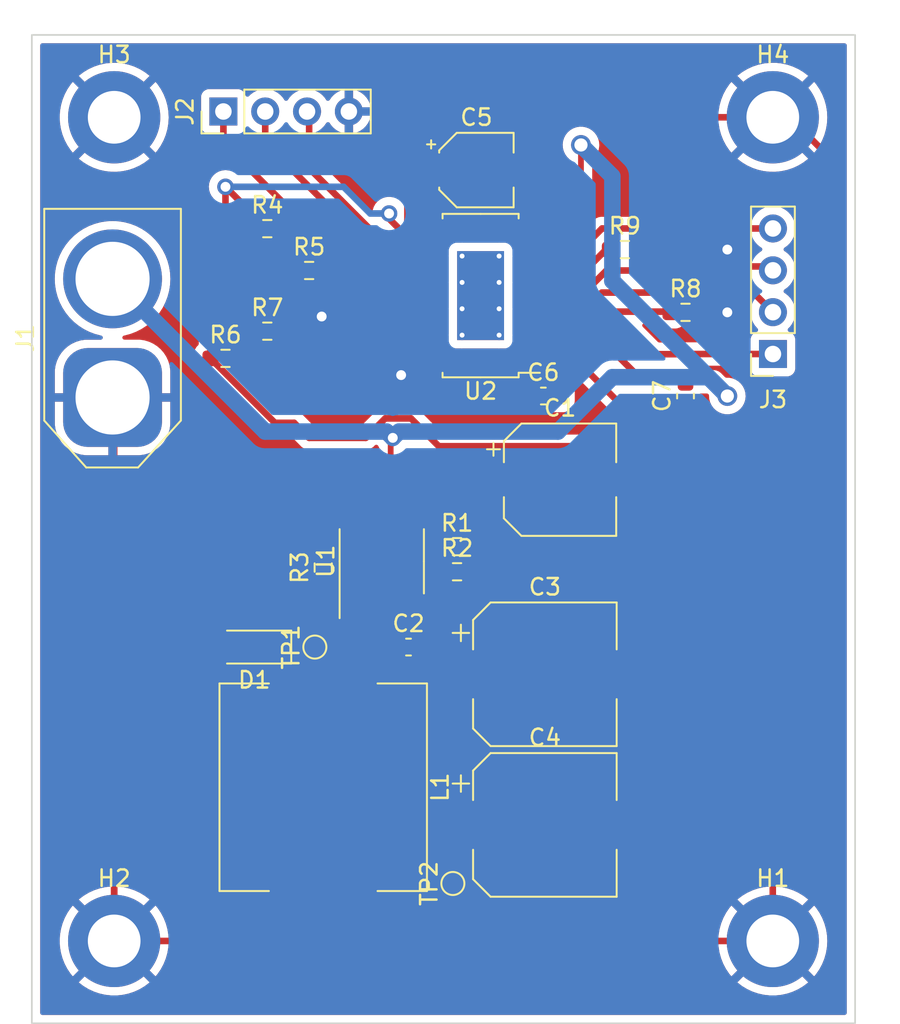
<source format=kicad_pcb>
(kicad_pcb (version 20211014) (generator pcbnew)
  (layers (0 "F.Cu" signal) (31 "B.Cu" signal) (34 "B.Paste" user) (35 "F.Paste" user) (36 "B.SilkS" user "B.Silkscreen") (37 "F.SilkS" user "F.Silkscreen") (38 "B.Mask" user) (39 "F.Mask" user) (44 "Edge.Cuts" user))
  (net 0 "")
  (net 1 "+24V")
  (net 2 "GND")
  (net 3 "Net-(C2-Pad1)")
  (net 4 "+5V")
  (net 5 "Net-(U2-Pad15)")
  (net 6 "Net-(C6-Pad1)")
  (net 7 "Net-(C6-Pad2)")
  (net 8 "Net-(C7-Pad1)")
  (net 9 "Net-(D1-Pad1)")
  (net 10 "Net-(J2-Pad1)")
  (net 11 "Net-(J2-Pad2)")
  (net 12 "Net-(J2-Pad3)")
  (net 13 "Net-(J3-Pad3)")
  (net 14 "Net-(J3-Pad4)")
  (net 15 "Net-(R1-Pad1)")
  (net 16 "Net-(R3-Pad1)")
  (net 17 "Net-(R4-Pad2)")
  (net 18 "Net-(R6-Pad2)")
  (net 19 "Net-(R8-Pad1)")
  (net 20 "Net-(R9-Pad1)")
  (net 28 "Net-(U2-Pad5)")
  (net 29 "Net-(U2-Pad7)")
  (footprint "TestPoint:TestPoint_Pad_D1.0mm" (layer "F.Cu") (at 117.188 137.16 90)
    (fp_text reference "TP1" (at 0 -1.448 90) (layer "F.SilkS"))
    (fp_text value "BUCK_OUT")
    (fp_circle (center 0 0) (end 0 0.7) (layer "F.SilkS") (width 0.12) (fill none))
    (pad "1" smd circle (at 0 0 90) (size 1 1) (layers "F.Cu" "F.Mask") (net 9 "Net-(D1-Pad1)"))
  )
  (footprint "Resistor_SMD:R_0603_1608Metric_Pad0.98x0.95mm_HandSolder" (layer "F.Cu") (at 111.76 119.634)
    (fp_text reference "R6" (at 0 -1.43) (layer "F.SilkS"))
    (fp_text value "0")
    (fp_line (start -0.254724 -0.5225) (end 0.254724 -0.5225) (layer "F.SilkS") (width 0.12))
    (fp_line (start -0.254724 0.5225) (end 0.254724 0.5225) (layer "F.SilkS") (width 0.12))
    (pad "1" smd roundrect (at -0.9125 0) (size 0.975 0.95) (layers "F.Cu" "F.Paste" "F.Mask") (net 4 "+5V"))
    (pad "2" smd roundrect (at 0.9125 0) (size 0.975 0.95) (layers "F.Cu" "F.Paste" "F.Mask") (net 18 "Net-(R6-Pad2)"))
  )
  (footprint "Connector_PinSocket_2.54mm:PinSocket_1x04_P2.54mm_Vertical" (layer "F.Cu") (at 145.009 119.37 180)
    (fp_text reference "J3" (at 0 -2.77) (layer "F.SilkS"))
    (fp_text value "Conn_01x04_Female")
    (fp_line (start 1.33 1.27) (end 1.33 8.95) (layer "F.SilkS") (width 0.12))
    (fp_line (start -1.33 1.27) (end 1.33 1.27) (layer "F.SilkS") (width 0.12))
    (fp_line (start 1.33 -1.33) (end 1.33 0) (layer "F.SilkS") (width 0.12))
    (fp_line (start 0 -1.33) (end 1.33 -1.33) (layer "F.SilkS") (width 0.12))
    (fp_line (start -1.33 1.27) (end -1.33 8.95) (layer "F.SilkS") (width 0.12))
    (fp_line (start -1.33 8.95) (end 1.33 8.95) (layer "F.SilkS") (width 0.12))
    (pad "1" thru_hole rect (at 0 0 180) (size 1.7 1.7) (drill 1) (layers *.Cu *.Mask) (net 28 "Net-(U2-Pad5)"))
    (pad "2" thru_hole oval (at 0 2.54 180) (size 1.7 1.7) (drill 1) (layers *.Cu *.Mask) (net 29 "Net-(U2-Pad7)"))
    (pad "3" thru_hole oval (at 0 5.08 180) (size 1.7 1.7) (drill 1) (layers *.Cu *.Mask) (net 13 "Net-(J3-Pad3)"))
    (pad "4" thru_hole oval (at 0 7.62 180) (size 1.7 1.7) (drill 1) (layers *.Cu *.Mask) (net 14 "Net-(J3-Pad4)"))
  )
  (footprint "Capacitor_SMD:C_0603_1608Metric_Pad1.08x0.95mm_HandSolder" (layer "F.Cu") (at 139.7 121.92 90)
    (fp_text reference "C7" (at 0 -1.43 90) (layer "F.SilkS"))
    (fp_text value "100n")
    (fp_line (start -0.146267 0.51) (end 0.146267 0.51) (layer "F.SilkS") (width 0.12))
    (fp_line (start -0.146267 -0.51) (end 0.146267 -0.51) (layer "F.SilkS") (width 0.12))
    (pad "1" smd roundrect (at -0.8625 0 90) (size 1.075 0.95) (layers "F.Cu" "F.Paste" "F.Mask") (net 8 "Net-(C7-Pad1)"))
    (pad "2" smd roundrect (at 0.8625 0 90) (size 1.075 0.95) (layers "F.Cu" "F.Paste" "F.Mask") (net 1 "+24V"))
  )
  (footprint "Resistor_SMD:R_0603_1608Metric_Pad0.98x0.95mm_HandSolder" (layer "F.Cu") (at 125.824 132.588)
    (fp_text reference "R2" (at 0 -1.43) (layer "F.SilkS"))
    (fp_text value "3.6k")
    (fp_line (start -0.254724 0.5225) (end 0.254724 0.5225) (layer "F.SilkS") (width 0.12))
    (fp_line (start -0.254724 -0.5225) (end 0.254724 -0.5225) (layer "F.SilkS") (width 0.12))
    (pad "1" smd roundrect (at -0.9125 0) (size 0.975 0.95) (layers "F.Cu" "F.Paste" "F.Mask") (net 15 "Net-(R1-Pad1)"))
    (pad "2" smd roundrect (at 0.9125 0) (size 0.975 0.95) (layers "F.Cu" "F.Paste" "F.Mask") (net 4 "+5V"))
  )
  (footprint "Resistor_SMD:R_0603_1608Metric_Pad0.98x0.95mm_HandSolder" (layer "F.Cu") (at 116.84 114.3)
    (fp_text reference "R5" (at 0 -1.43) (layer "F.SilkS"))
    (fp_text value "0")
    (fp_line (start -0.254724 0.5225) (end 0.254724 0.5225) (layer "F.SilkS") (width 0.12))
    (fp_line (start -0.254724 -0.5225) (end 0.254724 -0.5225) (layer "F.SilkS") (width 0.12))
    (pad "1" smd roundrect (at -0.9125 0) (size 0.975 0.95) (layers "F.Cu" "F.Paste" "F.Mask") (net 2 "GND"))
    (pad "2" smd roundrect (at 0.9125 0) (size 0.975 0.95) (layers "F.Cu" "F.Paste" "F.Mask") (net 17 "Net-(R4-Pad2)"))
  )
  (footprint "Connector_PinHeader_2.54mm:PinHeader_1x04_P2.54mm_Vertical" (layer "F.Cu") (at 111.633 104.648 90)
    (fp_text reference "J2" (at 0 -2.33 90) (layer "F.SilkS"))
    (fp_text value "Conn_01x04_Male")
    (fp_line (start 1.33 1.27) (end 1.33 8.95) (layer "F.SilkS") (width 0.12))
    (fp_line (start -1.33 -1.33) (end 0 -1.33) (layer "F.SilkS") (width 0.12))
    (fp_line (start -1.33 8.95) (end 1.33 8.95) (layer "F.SilkS") (width 0.12))
    (fp_line (start -1.33 1.27) (end -1.33 8.95) (layer "F.SilkS") (width 0.12))
    (fp_line (start -1.33 0) (end -1.33 -1.33) (layer "F.SilkS") (width 0.12))
    (fp_line (start -1.33 1.27) (end 1.33 1.27) (layer "F.SilkS") (width 0.12))
    (pad "1" thru_hole rect (at 0 0 90) (size 1.7 1.7) (drill 1) (layers *.Cu *.Mask) (net 10 "Net-(J2-Pad1)"))
    (pad "2" thru_hole oval (at 0 2.54 90) (size 1.7 1.7) (drill 1) (layers *.Cu *.Mask) (net 11 "Net-(J2-Pad2)"))
    (pad "3" thru_hole oval (at 0 5.08 90) (size 1.7 1.7) (drill 1) (layers *.Cu *.Mask) (net 12 "Net-(J2-Pad3)"))
    (pad "4" thru_hole oval (at 0 7.62 90) (size 1.7 1.7) (drill 1) (layers *.Cu *.Mask) (net 2 "GND"))
  )
  (footprint "Package_SO:SOIC-8_3.9x4.9mm_P1.27mm" (layer "F.Cu") (at 121.252 131.953 90)
    (fp_text reference "U1" (at 0 -3.4 90) (layer "F.SilkS"))
    (fp_text value "MC34063AD")
    (fp_line (start 0 2.56) (end 1.95 2.56) (layer "F.SilkS") (width 0.12))
    (fp_line (start 0 -2.56) (end -3.45 -2.56) (layer "F.SilkS") (width 0.12))
    (fp_line (start 0 -2.56) (end 1.95 -2.56) (layer "F.SilkS") (width 0.12))
    (fp_line (start 0 2.56) (end -1.95 2.56) (layer "F.SilkS") (width 0.12))
    (pad "1" smd roundrect (at -2.475 -1.905 90) (size 1.95 0.6) (layers "F.Cu" "F.Paste" "F.Mask") (net 16 "Net-(R3-Pad1)"))
    (pad "2" smd roundrect (at -2.475 -0.635 90) (size 1.95 0.6) (layers "F.Cu" "F.Paste" "F.Mask") (net 9 "Net-(D1-Pad1)"))
    (pad "3" smd roundrect (at -2.475 0.635 90) (size 1.95 0.6) (layers "F.Cu" "F.Paste" "F.Mask") (net 3 "Net-(C2-Pad1)"))
    (pad "4" smd roundrect (at -2.475 1.905 90) (size 1.95 0.6) (layers "F.Cu" "F.Paste" "F.Mask") (net 2 "GND"))
    (pad "5" smd roundrect (at 2.475 1.905 90) (size 1.95 0.6) (layers "F.Cu" "F.Paste" "F.Mask") (net 15 "Net-(R1-Pad1)"))
    (pad "6" smd roundrect (at 2.475 0.635 90) (size 1.95 0.6) (layers "F.Cu" "F.Paste" "F.Mask") (net 1 "+24V"))
    (pad "7" smd roundrect (at 2.475 -0.635 90) (size 1.95 0.6) (layers "F.Cu" "F.Paste" "F.Mask") (net 16 "Net-(R3-Pad1)"))
    (pad "8" smd roundrect (at 2.475 -1.905 90) (size 1.95 0.6) (layers "F.Cu" "F.Paste" "F.Mask") (net 16 "Net-(R3-Pad1)"))
  )
  (footprint "Capacitor_SMD:C_0603_1608Metric_Pad1.08x0.95mm_HandSolder" (layer "F.Cu") (at 131.064 121.92)
    (fp_text reference "C6" (at 0 -1.43) (layer "F.SilkS"))
    (fp_text value "22n")
    (fp_line (start -0.146267 0.51) (end 0.146267 0.51) (layer "F.SilkS") (width 0.12))
    (fp_line (start -0.146267 -0.51) (end 0.146267 -0.51) (layer "F.SilkS") (width 0.12))
    (pad "1" smd roundrect (at -0.8625 0) (size 1.075 0.95) (layers "F.Cu" "F.Paste" "F.Mask") (net 6 "Net-(C6-Pad1)"))
    (pad "2" smd roundrect (at 0.8625 0) (size 1.075 0.95) (layers "F.Cu" "F.Paste" "F.Mask") (net 7 "Net-(C6-Pad2)"))
  )
  (footprint "Diode_SMD:D_SOD-123" (layer "F.Cu") (at 113.505 137.16 180)
    (fp_text reference "D1" (at 0 -2) (layer "F.SilkS"))
    (fp_text value "STPS0520Z")
    (fp_line (start -2.25 -1) (end 1.65 -1) (layer "F.SilkS") (width 0.12))
    (fp_line (start -2.25 1) (end 1.65 1) (layer "F.SilkS") (width 0.12))
    (fp_line (start -2.25 -1) (end -2.25 1) (layer "F.SilkS") (width 0.12))
    (pad "1" smd rect (at -1.65 0 180) (size 0.9 1.2) (layers "F.Cu" "F.Paste" "F.Mask") (net 9 "Net-(D1-Pad1)"))
    (pad "2" smd rect (at 1.65 0 180) (size 0.9 1.2) (layers "F.Cu" "F.Paste" "F.Mask") (net 2 "GND"))
  )
  (footprint "Capacitor_SMD:CP_Elec_4x5.7" (layer "F.Cu") (at 127 108.204)
    (fp_text reference "C5" (at 0 -3.2) (layer "F.SilkS"))
    (fp_text value "2.2u")
    (fp_line (start -2.26 1.195563) (end -2.26 1.06) (layer "F.SilkS") (width 0.12))
    (fp_line (start -1.195563 2.26) (end 2.26 2.26) (layer "F.SilkS") (width 0.12))
    (fp_line (start -2.75 -1.81) (end -2.75 -1.31) (layer "F.SilkS") (width 0.12))
    (fp_line (start -2.26 -1.195563) (end -1.195563 -2.26) (layer "F.SilkS") (width 0.12))
    (fp_line (start -1.195563 -2.26) (end 2.26 -2.26) (layer "F.SilkS") (width 0.12))
    (fp_line (start 2.26 -2.26) (end 2.26 -1.06) (layer "F.SilkS") (width 0.12))
    (fp_line (start -3 -1.56) (end -2.5 -1.56) (layer "F.SilkS") (width 0.12))
    (fp_line (start -2.26 -1.195563) (end -2.26 -1.06) (layer "F.SilkS") (width 0.12))
    (fp_line (start 2.26 2.26) (end 2.26 1.06) (layer "F.SilkS") (width 0.12))
    (fp_line (start -2.26 1.195563) (end -1.195563 2.26) (layer "F.SilkS") (width 0.12))
    (pad "1" smd roundrect (at -1.8 0) (size 2.6 1.6) (layers "F.Cu" "F.Paste" "F.Mask") (roundrect_rratio 0.15625) (net 5 "Net-(U2-Pad15)"))
    (pad "2" smd roundrect (at 1.8 0) (size 2.6 1.6) (layers "F.Cu" "F.Paste" "F.Mask") (roundrect_rratio 0.15625) (net 2 "GND"))
  )
  (footprint "MountingHole:MountingHole_3.2mm_M3_DIN965_Pad" (layer "F.Cu") (at 145 155)
    (fp_text reference "H1" (at 0 -3.8) (layer "F.SilkS"))
    (fp_text value "MountingHole_Pad")
    (pad "1" thru_hole circle (at 0 0) (size 5.6 5.6) (drill 3.2) (layers *.Cu *.Mask) (net 2 "GND"))
  )
  (footprint "Resistor_SMD:R_0603_1608Metric_Pad0.98x0.95mm_HandSolder" (layer "F.Cu") (at 114.3 117.983)
    (fp_text reference "R7" (at 0 -1.43) (layer "F.SilkS"))
    (fp_text value "0")
    (fp_line (start -0.254724 0.5225) (end 0.254724 0.5225) (layer "F.SilkS") (width 0.12))
    (fp_line (start -0.254724 -0.5225) (end 0.254724 -0.5225) (layer "F.SilkS") (width 0.12))
    (pad "1" smd roundrect (at -0.9125 0) (size 0.975 0.95) (layers "F.Cu" "F.Paste" "F.Mask") (net 2 "GND"))
    (pad "2" smd roundrect (at 0.9125 0) (size 0.975 0.95) (layers "F.Cu" "F.Paste" "F.Mask") (net 18 "Net-(R6-Pad2)"))
  )
  (footprint "Package_SO:HTSSOP-28-1EP_4.4x9.7mm_P0.65mm_EP2.85x5.4mm_ThermalVias" (layer "F.Cu") (at 127.254 115.824 180)
    (fp_text reference "U2" (at 0 -5.8) (layer "F.SilkS"))
    (fp_text value "TMC2225-SA-T")
    (fp_line (start 0 -4.96) (end -2.31 -4.96) (layer "F.SilkS") (width 0.12))
    (fp_line (start 0 4.96) (end 2.31 4.96) (layer "F.SilkS") (width 0.12))
    (fp_line (start -2.31 4.96) (end -2.31 4.685) (layer "F.SilkS") (width 0.12))
    (fp_line (start -2.31 -4.96) (end -2.31 -4.685) (layer "F.SilkS") (width 0.12))
    (fp_line (start 0 4.96) (end -2.31 4.96) (layer "F.SilkS") (width 0.12))
    (fp_line (start 2.31 4.96) (end 2.31 4.685) (layer "F.SilkS") (width 0.12))
    (fp_line (start -2.31 -4.685) (end -3.6 -4.685) (layer "F.SilkS") (width 0.12))
    (fp_line (start 0 -4.96) (end 2.31 -4.96) (layer "F.SilkS") (width 0.12))
    (fp_line (start 2.31 -4.96) (end 2.31 -4.685) (layer "F.SilkS") (width 0.12))
    (pad "1" smd roundrect (at -2.8625 -4.225 180) (size 1.475 0.4) (layers "F.Cu" "F.Paste" "F.Mask") (net 6 "Net-(C6-Pad1)"))
    (pad "2" smd roundrect (at -2.8625 -3.575 180) (size 1.475 0.4) (layers "F.Cu" "F.Paste" "F.Mask") (net 7 "Net-(C6-Pad2)"))
    (pad "3" smd roundrect (at -2.8625 -2.925 180) (size 1.475 0.4) (layers "F.Cu" "F.Paste" "F.Mask") (net 8 "Net-(C7-Pad1)"))
    (pad "4" smd roundrect (at -2.8625 -2.275 180) (size 1.475 0.4) (layers "F.Cu" "F.Paste" "F.Mask") (net 1 "+24V"))
    (pad "5" smd roundrect (at -2.8625 -1.625 180) (size 1.475 0.4) (layers "F.Cu" "F.Paste" "F.Mask") (net 28 "Net-(U2-Pad5)"))
    (pad "6" smd roundrect (at -2.8625 -0.975 180) (size 1.475 0.4) (layers "F.Cu" "F.Paste" "F.Mask") (net 19 "Net-(R8-Pad1)"))
    (pad "7" smd roundrect (at -2.8625 -0.325 180) (size 1.475 0.4) (layers "F.Cu" "F.Paste" "F.Mask") (net 29 "Net-(U2-Pad7)"))
    (pad "8" smd roundrect (at -2.8625 0.325 180) (size 1.475 0.4) (layers "F.Cu" "F.Paste" "F.Mask") (net 13 "Net-(J3-Pad3)"))
    (pad "9" smd roundrect (at -2.8625 0.975 180) (size 1.475 0.4) (layers "F.Cu" "F.Paste" "F.Mask") (net 20 "Net-(R9-Pad1)"))
    (pad "10" smd roundrect (at -2.8625 1.625 180) (size 1.475 0.4) (layers "F.Cu" "F.Paste" "F.Mask") (net 14 "Net-(J3-Pad4)"))
    (pad "11" smd roundrect (at -2.8625 2.275 180) (size 1.475 0.4) (layers "F.Cu" "F.Paste" "F.Mask") (net 1 "+24V"))
    (pad "12" smd roundrect (at -2.8625 2.925 180) (size 1.475 0.4) (layers "F.Cu" "F.Paste" "F.Mask"))
    (pad "13" smd roundrect (at -2.8625 3.575 180) (size 1.475 0.4) (layers "F.Cu" "F.Paste" "F.Mask"))
    (pad "14" smd roundrect (at -2.8625 4.225 180) (size 1.475 0.4) (layers "F.Cu" "F.Paste" "F.Mask") (net 2 "GND"))
    (pad "15" smd roundrect (at 2.8625 4.225 180) (size 1.475 0.4) (layers "F.Cu" "F.Paste" "F.Mask") (net 5 "Net-(U2-Pad15)"))
    (pad "16" smd roundrect (at 2.8625 3.575 180) (size 1.475 0.4) (layers "F.Cu" "F.Paste" "F.Mask") (net 4 "+5V"))
    (pad "17" smd roundrect (at 2.8625 2.925 180) (size 1.475 0.4) (layers "F.Cu" "F.Paste" "F.Mask"))
    (pad "18" smd roundrect (at 2.8625 2.275 180) (size 1.475 0.4) (layers "F.Cu" "F.Paste" "F.Mask"))
    (pad "19" smd roundrect (at 2.8625 1.625 180) (size 1.475 0.4) (layers "F.Cu" "F.Paste" "F.Mask"))
    (pad "20" smd roundrect (at 2.8625 0.975 180) (size 1.475 0.4) (layers "F.Cu" "F.Paste" "F.Mask") (net 12 "Net-(J2-Pad3)"))
    (pad "21" smd roundrect (at 2.8625 0.325 180) (size 1.475 0.4) (layers "F.Cu" "F.Paste" "F.Mask") (net 11 "Net-(J2-Pad2)"))
    (pad "22" smd roundrect (at 2.8625 -0.325 180) (size 1.475 0.4) (layers "F.Cu" "F.Paste" "F.Mask") (net 10 "Net-(J2-Pad1)"))
    (pad "23" smd roundrect (at 2.8625 -0.975 180) (size 1.475 0.4) (layers "F.Cu" "F.Paste" "F.Mask"))
    (pad "24" smd roundrect (at 2.8625 -1.625 180) (size 1.475 0.4) (layers "F.Cu" "F.Paste" "F.Mask"))
    (pad "25" smd roundrect (at 2.8625 -2.275 180) (size 1.475 0.4) (layers "F.Cu" "F.Paste" "F.Mask") (net 17 "Net-(R4-Pad2)"))
    (pad "26" smd roundrect (at 2.8625 -2.925 180) (size 1.475 0.4) (layers "F.Cu" "F.Paste" "F.Mask") (net 18 "Net-(R6-Pad2)"))
    (pad "27" smd roundrect (at 2.8625 -3.575 180) (size 1.475 0.4) (layers "F.Cu" "F.Paste" "F.Mask"))
    (pad "28" smd roundrect (at 2.8625 -4.225 180) (size 1.475 0.4) (layers "F.Cu" "F.Paste" "F.Mask") (net 2 "GND"))
    (pad "29" smd rect (at 0 0 180) (size 2.85 5.4) (layers "F.Cu" "F.Mask"))
    (pad "29" thru_hole circle (at -1.125 0.8 180) (size 0.6 0.6) (drill 0.3) (layers *.Cu))
    (pad "29" thru_hole circle (at 1.125 2.4 180) (size 0.6 0.6) (drill 0.3) (layers *.Cu))
    (pad "29" thru_hole circle (at -1.125 -0.8 180) (size 0.6 0.6) (drill 0.3) (layers *.Cu))
    (pad "29" thru_hole circle (at -1.125 2.4 180) (size 0.6 0.6) (drill 0.3) (layers *.Cu))
    (pad "29" smd rect (at 0 0 180) (size 2.85 5.4) (layers "B.Cu"))
    (pad "29" thru_hole circle (at -1.125 -2.4 180) (size 0.6 0.6) (drill 0.3) (layers *.Cu))
    (pad "29" thru_hole circle (at 1.125 -2.4 180) (size 0.6 0.6) (drill 0.3) (layers *.Cu))
    (pad "29" thru_hole circle (at 1.125 0.8 180) (size 0.6 0.6) (drill 0.3) (layers *.Cu))
    (pad "29" thru_hole circle (at 1.125 -0.8 180) (size 0.6 0.6) (drill 0.3) (layers *.Cu))
  )
  (footprint "MountingHole:MountingHole_3.2mm_M3_DIN965_Pad" (layer "F.Cu") (at 145 105)
    (fp_text reference "H4" (at 0 -3.8) (layer "F.SilkS"))
    (fp_text value "MountingHole_Pad")
    (pad "1" thru_hole circle (at 0 0) (size 5.6 5.6) (drill 3.2) (layers *.Cu *.Mask) (net 2 "GND"))
  )
  (footprint "TestPoint:TestPoint_Pad_D1.0mm" (layer "F.Cu") (at 125.57 151.511 90)
    (fp_text reference "TP2" (at 0 -1.448 90) (layer "F.SilkS"))
    (fp_text value "+5V")
    (fp_circle (center 0 0) (end 0 0.7) (layer "F.SilkS") (width 0.12) (fill none))
    (pad "1" smd circle (at 0 0 90) (size 1 1) (layers "F.Cu" "F.Mask") (net 4 "+5V"))
  )
  (footprint "Resistor_SMD:R_0603_1608Metric_Pad0.98x0.95mm_HandSolder" (layer "F.Cu") (at 139.7 116.84)
    (fp_text reference "R8" (at 0 -1.43) (layer "F.SilkS"))
    (fp_text value "1")
    (fp_line (start -0.254724 0.5225) (end 0.254724 0.5225) (layer "F.SilkS") (width 0.12))
    (fp_line (start -0.254724 -0.5225) (end 0.254724 -0.5225) (layer "F.SilkS") (width 0.12))
    (pad "1" smd roundrect (at -0.9125 0) (size 0.975 0.95) (layers "F.Cu" "F.Paste" "F.Mask") (net 19 "Net-(R8-Pad1)"))
    (pad "2" smd roundrect (at 0.9125 0) (size 0.975 0.95) (layers "F.Cu" "F.Paste" "F.Mask") (net 2 "GND"))
  )
  (footprint "Resistor_SMD:R_0603_1608Metric_Pad0.98x0.95mm_HandSolder" (layer "F.Cu") (at 125.824 131.064)
    (fp_text reference "R1" (at 0 -1.43) (layer "F.SilkS"))
    (fp_text value "1.2k")
    (fp_line (start -0.254724 0.5225) (end 0.254724 0.5225) (layer "F.SilkS") (width 0.12))
    (fp_line (start -0.254724 -0.5225) (end 0.254724 -0.5225) (layer "F.SilkS") (width 0.12))
    (pad "1" smd roundrect (at -0.9125 0) (size 0.975 0.95) (layers "F.Cu" "F.Paste" "F.Mask") (net 15 "Net-(R1-Pad1)"))
    (pad "2" smd roundrect (at 0.9125 0) (size 0.975 0.95) (layers "F.Cu" "F.Paste" "F.Mask") (net 2 "GND"))
  )
  (footprint "Capacitor_SMD:C_0603_1608Metric_Pad1.08x0.95mm_HandSolder" (layer "F.Cu") (at 122.8765 137.16)
    (fp_text reference "C2" (at 0 -1.43) (layer "F.SilkS"))
    (fp_text value "470p")
    (fp_line (start -0.146267 -0.51) (end 0.146267 -0.51) (layer "F.SilkS") (width 0.12))
    (fp_line (start -0.146267 0.51) (end 0.146267 0.51) (layer "F.SilkS") (width 0.12))
    (pad "1" smd roundrect (at -0.8625 0) (size 1.075 0.95) (layers "F.Cu" "F.Paste" "F.Mask") (net 3 "Net-(C2-Pad1)"))
    (pad "2" smd roundrect (at 0.8625 0) (size 1.075 0.95) (layers "F.Cu" "F.Paste" "F.Mask") (net 2 "GND"))
  )
  (footprint "MountingHole:MountingHole_3.2mm_M3_DIN965_Pad" (layer "F.Cu") (at 105 155)
    (fp_text reference "H2" (at 0 -3.8) (layer "F.SilkS"))
    (fp_text value "MountingHole_Pad")
    (pad "1" thru_hole circle (at 0 0) (size 5.6 5.6) (drill 3.2) (layers *.Cu *.Mask) (net 2 "GND"))
  )
  (footprint "Resistor_SMD:R_0603_1608Metric_Pad0.98x0.95mm_HandSolder" (layer "F.Cu") (at 117.696 132.334 90)
    (fp_text reference "R3" (at 0 -1.43 90) (layer "F.SilkS"))
    (fp_text value "0.3")
    (fp_line (start -0.254724 0.5225) (end 0.254724 0.5225) (layer "F.SilkS") (width 0.12))
    (fp_line (start -0.254724 -0.5225) (end 0.254724 -0.5225) (layer "F.SilkS") (width 0.12))
    (pad "1" smd roundrect (at -0.9125 0 90) (size 0.975 0.95) (layers "F.Cu" "F.Paste" "F.Mask") (net 16 "Net-(R3-Pad1)"))
    (pad "2" smd roundrect (at 0.9125 0 90) (size 0.975 0.95) (layers "F.Cu" "F.Paste" "F.Mask") (net 1 "+24V"))
  )
  (footprint "Capacitor_SMD:CP_Elec_6.3x7.7" (layer "F.Cu") (at 132.08 127)
    (fp_text reference "C1" (at 0 -4.35) (layer "F.SilkS"))
    (fp_text value "100u")
    (fp_line (start -2.345563 -3.41) (end 3.41 -3.41) (layer "F.SilkS") (width 0.12))
    (fp_line (start 3.41 -3.41) (end 3.41 -1.06) (layer "F.SilkS") (width 0.12))
    (fp_line (start -3.41 -2.345563) (end -3.41 -1.06) (layer "F.SilkS") (width 0.12))
    (fp_line (start -4.04375 -2.24125) (end -4.04375 -1.45375) (layer "F.SilkS") (width 0.12))
    (fp_line (start -3.41 -2.345563) (end -2.345563 -3.41) (layer "F.SilkS") (width 0.12))
    (fp_line (start -3.41 2.345563) (end -2.345563 3.41) (layer "F.SilkS") (width 0.12))
    (fp_line (start -2.345563 3.41) (end 3.41 3.41) (layer "F.SilkS") (width 0.12))
    (fp_line (start -4.4375 -1.8475) (end -3.65 -1.8475) (layer "F.SilkS") (width 0.12))
    (fp_line (start 3.41 3.41) (end 3.41 1.06) (layer "F.SilkS") (width 0.12))
    (fp_line (start -3.41 2.345563) (end -3.41 1.06) (layer "F.SilkS") (width 0.12))
    (pad "1" smd roundrect (at -2.7 0) (size 3.5 1.6) (layers "F.Cu" "F.Paste" "F.Mask") (roundrect_rratio 0.15625) (net 1 "+24V"))
    (pad "2" smd roundrect (at 2.7 0) (size 3.5 1.6) (layers "F.Cu" "F.Paste" "F.Mask") (roundrect_rratio 0.15625) (net 2 "GND"))
  )
  (footprint "Capacitor_SMD:CP_Elec_8x10.5" (layer "F.Cu") (at 131.158 147.955)
    (fp_text reference "C4" (at 0 -5.3) (layer "F.SilkS"))
    (fp_text value "220u")
    (fp_line (start -5.1 -3.01) (end -5.1 -2.01) (layer "F.SilkS") (width 0.12))
    (fp_line (start -4.36 3.295563) (end -4.36 1.51) (layer "F.SilkS") (width 0.12))
    (fp_line (start -4.36 -3.295563) (end -3.295563 -4.36) (layer "F.SilkS") (width 0.12))
    (fp_line (start 4.36 -4.36) (end 4.36 -1.51) (layer "F.SilkS") (width 0.12))
    (fp_line (start -4.36 3.295563) (end -3.295563 4.36) (layer "F.SilkS") (width 0.12))
    (fp_line (start -3.295563 -4.36) (end 4.36 -4.36) (layer "F.SilkS") (width 0.12))
    (fp_line (start -3.295563 4.36) (end 4.36 4.36) (layer "F.SilkS") (width 0.12))
    (fp_line (start 4.36 4.36) (end 4.36 1.51) (layer "F.SilkS") (width 0.12))
    (fp_line (start -4.36 -3.295563) (end -4.36 -1.51) (layer "F.SilkS") (width 0.12))
    (fp_line (start -5.6 -2.51) (end -4.6 -2.51) (layer "F.SilkS") (width 0.12))
    (pad "1" smd roundrect (at -3.7 0) (size 4.4 2.5) (layers "F.Cu" "F.Paste" "F.Mask") (roundrect_rratio 0.1) (net 4 "+5V"))
    (pad "2" smd roundrect (at 3.7 0) (size 4.4 2.5) (layers "F.Cu" "F.Paste" "F.Mask") (roundrect_rratio 0.1) (net 2 "GND"))
  )
  (footprint "Capacitor_SMD:CP_Elec_8x10.5" (layer "F.Cu") (at 131.158 138.811)
    (fp_text reference "C3" (at 0 -5.3) (layer "F.SilkS"))
    (fp_text value "220u")
    (fp_line (start -5.1 -3.01) (end -5.1 -2.01) (layer "F.SilkS") (width 0.12))
    (fp_line (start 4.36 4.36) (end 4.36 1.51) (layer "F.SilkS") (width 0.12))
    (fp_line (start -3.295563 4.36) (end 4.36 4.36) (layer "F.SilkS") (width 0.12))
    (fp_line (start -4.36 3.295563) (end -4.36 1.51) (layer "F.SilkS") (width 0.12))
    (fp_line (start -3.295563 -4.36) (end 4.36 -4.36) (layer "F.SilkS") (width 0.12))
    (fp_line (start 4.36 -4.36) (end 4.36 -1.51) (layer "F.SilkS") (width 0.12))
    (fp_line (start -5.6 -2.51) (end -4.6 -2.51) (layer "F.SilkS") (width 0.12))
    (fp_line (start -4.36 -3.295563) (end -4.36 -1.51) (layer "F.SilkS") (width 0.12))
    (fp_line (start -4.36 -3.295563) (end -3.295563 -4.36) (layer "F.SilkS") (width 0.12))
    (fp_line (start -4.36 3.295563) (end -3.295563 4.36) (layer "F.SilkS") (width 0.12))
    (pad "1" smd roundrect (at -3.7 0) (size 4.4 2.5) (layers "F.Cu" "F.Paste" "F.Mask") (roundrect_rratio 0.1) (net 4 "+5V"))
    (pad "2" smd roundrect (at 3.7 0) (size 4.4 2.5) (layers "F.Cu" "F.Paste" "F.Mask") (roundrect_rratio 0.1) (net 2 "GND"))
  )
  (footprint "Resistor_SMD:R_0603_1608Metric_Pad0.98x0.95mm_HandSolder" (layer "F.Cu") (at 114.3 111.76)
    (fp_text reference "R4" (at 0 -1.43) (layer "F.SilkS"))
    (fp_text value "0")
    (fp_line (start -0.254724 -0.5225) (end 0.254724 -0.5225) (layer "F.SilkS") (width 0.12))
    (fp_line (start -0.254724 0.5225) (end 0.254724 0.5225) (layer "F.SilkS") (width 0.12))
    (pad "1" smd roundrect (at -0.9125 0) (size 0.975 0.95) (layers "F.Cu" "F.Paste" "F.Mask") (net 4 "+5V"))
    (pad "2" smd roundrect (at 0.9125 0) (size 0.975 0.95) (layers "F.Cu" "F.Paste" "F.Mask") (net 17 "Net-(R4-Pad2)"))
  )
  (footprint "Inductor_SMD:L_12x12mm_H6mm" (layer "F.Cu") (at 117.696 145.669 -90)
    (fp_text reference "L1" (at 0 -7.1 90) (layer "F.SilkS"))
    (fp_text value "100u")
    (fp_line (start 6.3 3.3) (end 6.3 6.3) (layer "F.SilkS") (width 0.12))
    (fp_line (start -6.3 -3.3) (end -6.3 -6.3) (layer "F.SilkS") (width 0.12))
    (fp_line (start 6.3 -6.3) (end 6.3 -3.3) (layer "F.SilkS") (width 0.12))
    (fp_line (start 6.3 6.3) (end -6.3 6.3) (layer "F.SilkS") (width 0.12))
    (fp_line (start -6.3 6.3) (end -6.3 3.3) (layer "F.SilkS") (width 0.12))
    (fp_line (start -6.3 -6.3) (end 6.3 -6.3) (layer "F.SilkS") (width 0.12))
    (pad "1" smd rect (at -4.95 0 270) (size 2.9 5.4) (layers "F.Cu" "F.Paste" "F.Mask") (net 9 "Net-(D1-Pad1)"))
    (pad "2" smd rect (at 4.95 0 270) (size 2.9 5.4) (layers "F.Cu" "F.Paste" "F.Mask") (net 4 "+5V"))
  )
  (footprint "MountingHole:MountingHole_3.2mm_M3_DIN965_Pad" (layer "F.Cu") (at 105 105)
    (fp_text reference "H3" (at 0 -3.8) (layer "F.SilkS"))
    (fp_text value "MountingHole_Pad")
    (pad "1" thru_hole circle (at 0 0) (size 5.6 5.6) (drill 3.2) (layers *.Cu *.Mask) (net 2 "GND"))
  )
  (footprint "Connector_AMASS:AMASS_XT60-M_1x02_P7.20mm_Vertical" (layer "F.Cu") (at 104.902 122.008 90)
    (fp_text reference "J1" (at 3.6 -5.3 90) (layer "F.SilkS"))
    (fp_text value "Conn_01x02_Male")
    (fp_line (start 11.45 -4.15) (end -1.4 -4.15) (layer "F.SilkS") (width 0.12))
    (fp_line (start -4.25 -1.6) (end -4.25 1.55) (layer "F.SilkS") (width 0.12))
    (fp_line (start -4.25 1.55) (end -1.4 4.15) (layer "F.SilkS") (width 0.12))
    (fp_line (start 11.45 4.15) (end 11.45 -4.15) (layer "F.SilkS") (width 0.12))
    (fp_line (start -1.4 -4.15) (end -4.25 -1.6) (layer "F.SilkS") (width 0.12))
    (fp_line (start -1.4 4.15) (end 11.45 4.15) (layer "F.SilkS") (width 0.12))
    (pad "1" thru_hole roundrect (at 0 0 90) (size 6 6) (drill 4.5) (layers *.Cu *.Mask) (net 2 "GND"))
    (pad "2" thru_hole circle (at 7.2 0 90) (size 6 6) (drill 4.5) (layers *.Cu *.Mask) (net 1 "+24V"))
  )
  (footprint "Resistor_SMD:R_0603_1608Metric_Pad0.98x0.95mm_HandSolder" (layer "F.Cu") (at 136.017 113.03)
    (fp_text reference "R9" (at 0 -1.43) (layer "F.SilkS"))
    (fp_text value "1")
    (fp_line (start -0.254724 0.5225) (end 0.254724 0.5225) (layer "F.SilkS") (width 0.12))
    (fp_line (start -0.254724 -0.5225) (end 0.254724 -0.5225) (layer "F.SilkS") (width 0.12))
    (pad "1" smd roundrect (at -0.9125 0) (size 0.975 0.95) (layers "F.Cu" "F.Paste" "F.Mask") (net 20 "Net-(R9-Pad1)"))
    (pad "2" smd roundrect (at 0.9125 0) (size 0.975 0.95) (layers "F.Cu" "F.Paste" "F.Mask") (net 2 "GND"))
  )
  (gr_rect (start 100 100) (end 150 160) (layer "Edge.Cuts") (width 0.1) (fill none))
  (segment (start 117.696 131.4215) (end 117.696 128.176) (width 0.35) (layer "F.Cu") (net 1))
  (segment (start 135.4825 119.38) (end 137.16 121.0575) (width 0.4) (layer "F.Cu") (net 1))
  (segment (start 118.11 127.762) (end 121.412 127.762) (width 0.35) (layer "F.Cu") (net 1))
  (segment (start 130.912508 113.549) (end 130.1165 113.549) (width 0.35) (layer "F.Cu") (net 1))
  (segment (start 133.35 106.68) (end 133.35 110.49) (width 0.35) (layer "F.Cu") (net 1))
  (segment (start 133.35 110.49) (end 132.08 111.76) (width 0.35) (layer "F.Cu") (net 1))
  (segment (start 121.412 127.762) (end 121.793 127.762) (width 0.35) (layer "F.Cu") (net 1))
  (segment (start 141.3775 121.0575) (end 142.24 121.92) (width 0.4) (layer "F.Cu") (net 1))
  (segment (start 117.696 128.176) (end 118.11 127.762) (width 0.35) (layer "F.Cu") (net 1))
  (segment (start 130.1165 118.099) (end 133.339 118.099) (width 0.4) (layer "F.Cu") (net 1))
  (segment (start 134.62 119.38) (end 135.4825 119.38) (width 0.4) (layer "F.Cu") (net 1))
  (segment (start 121.887 128.237) (end 121.887 129.478) (width 0.35) (layer "F.Cu") (net 1))
  (segment (start 121.793 124.587) (end 121.92 124.46) (width 0.35) (layer "F.Cu") (net 1))
  (segment (start 121.793 127.762) (end 121.793 124.587) (width 0.35) (layer "F.Cu") (net 1))
  (segment (start 130.1165 113.549) (end 130.926 113.549) (width 0.35) (layer "F.Cu") (net 1))
  (segment (start 132.08 112.381508) (end 130.912508 113.549) (width 0.35) (layer "F.Cu") (net 1))
  (segment (start 121.793 127.762) (end 128.618 127.762) (width 0.35) (layer "F.Cu") (net 1))
  (segment (start 139.7 121.0575) (end 141.3775 121.0575) (width 0.4) (layer "F.Cu") (net 1))
  (segment (start 128.618 127.762) (end 129.38 127) (width 0.35) (layer "F.Cu") (net 1))
  (segment (start 132.08 111.76) (end 132.08 112.381508) (width 0.35) (layer "F.Cu") (net 1))
  (segment (start 137.16 121.0575) (end 139.7 121.0575) (width 0.4) (layer "F.Cu") (net 1))
  (segment (start 121.412 127.762) (end 121.887 128.237) (width 0.35) (layer "F.Cu") (net 1))
  (segment (start 133.339 118.099) (end 134.62 119.38) (width 0.4) (layer "F.Cu") (net 1))
  (via (at 133.35 106.68) (size 1.2) (drill 0.8) (layers "F.Cu" "B.Cu") (net 1))
  (via (at 121.92 124.46) (size 1) (drill 0.6) (layers "F.Cu" "B.Cu") (net 1))
  (via (at 142.24 121.92) (size 1.2) (drill 0.8) (layers "F.Cu" "B.Cu") (net 1))
  (segment (start 121.539 124.079) (end 114.173 124.079) (width 1) (layer "B.Cu") (net 1))
  (segment (start 135.255 108.585) (end 133.35 106.68) (width 1) (layer "B.Cu") (net 1))
  (segment (start 135.255 114.935) (end 135.255 108.585) (width 1) (layer "B.Cu") (net 1))
  (segment (start 121.92 124.46) (end 121.539 124.079) (width 1) (layer "B.Cu") (net 1))
  (segment (start 131.953 124.079) (end 135.255 120.777) (width 1) (layer "B.Cu") (net 1))
  (segment (start 122.301 124.079) (end 131.953 124.079) (width 1) (layer "B.Cu") (net 1))
  (segment (start 114.173 124.079) (end 104.902 114.808) (width 1) (layer "B.Cu") (net 1))
  (segment (start 141.097 120.777) (end 142.24 121.92) (width 1) (layer "B.Cu") (net 1))
  (segment (start 142.24 121.92) (end 135.255 114.935) (width 1) (layer "B.Cu") (net 1))
  (segment (start 121.92 124.46) (end 122.301 124.079) (width 1) (layer "B.Cu") (net 1))
  (segment (start 135.255 120.777) (end 141.097 120.777) (width 1) (layer "B.Cu") (net 1))
  (segment (start 124.460561 134.428) (end 125.799 133.089561) (width 0.4) (layer "F.Cu") (net 2))
  (segment (start 115.9275 114.3) (end 115.0385 115.189) (width 0.4) (layer "F.Cu") (net 2))
  (segment (start 125.799 133.089561) (end 125.799 132.0015) (width 0.4) (layer "F.Cu") (net 2))
  (segment (start 145 137.448) (end 148.082 134.366) (width 0.4) (layer "F.Cu") (net 2))
  (segment (start 105 155) (end 145 155) (width 0.4) (layer "F.Cu") (net 2))
  (segment (start 130.937 108.331) (end 130.81 108.204) (width 0.4) (layer "F.Cu") (net 2))
  (segment (start 123.739 141.818) (end 123.739 137.16) (width 0.4) (layer "F.Cu") (net 2))
  (segment (start 123.157 135.349) (end 123.825 136.017) (width 0.4) (layer "F.Cu") (net 2))
  (segment (start 119.253 104.648) (end 119.253 100.838) (width 0.4) (layer "F.Cu") (net 2))
  (segment (start 115.0385 115.189) (end 115.0385 116.332) (width 0.4) (layer "F.Cu") (net 2))
  (segment (start 123.157 134.428) (end 124.460561 134.428) (width 0.4) (layer "F.Cu") (net 2))
  (segment (start 123.029 120.049) (end 122.428 120.65) (width 0.4) (layer "F.Cu") (net 2))
  (segment (start 104.902 122.008) (end 105 122.106) (width 0.4) (layer "F.Cu") (net 2))
  (segment (start 148.082 134.366) (end 148.082 107.061) (width 0.4) (layer "F.Cu") (net 2))
  (segment (start 123.825 136.017) (end 123.825 137.074) (width 0.4) (layer "F.Cu") (net 2))
  (segment (start 131.543 105) (end 131.543 104.468) (width 0.4) (layer "F.Cu") (net 2))
  (segment (start 127.913 100.838) (end 119.253 100.838) (width 0.4) (layer "F.Cu") (net 2))
  (segment (start 145 155) (end 145 137.448) (width 0.4) (layer "F.Cu") (net 2))
  (segment (start 113.411 144.399) (end 121.158 144.399) (width 0.4) (layer "F.Cu") (net 2))
  (segment (start 126.7365 131.064) (end 130.716 131.064) (width 0.4) (layer "F.Cu") (net 2))
  (segment (start 134.858 138.811) (end 134.858 147.955) (width 0.4) (layer "F.Cu") (net 2))
  (segment (start 148.082 107.061) (end 146.021 105) (width 0.4) (layer "F.Cu") (net 2))
  (segment (start 130.81 108.204) (end 128.8 108.204) (width 0.4) (layer "F.Cu") (net 2))
  (segment (start 125.799 132.0015) (end 126.7365 131.064) (width 0.4) (layer "F.Cu") (net 2))
  (segment (start 105 155) (end 105 149.698) (width 0.4) (layer "F.Cu") (net 2))
  (segment (start 130.1165 111.599) (end 131.098 111.599) (width 0.4) (layer "F.Cu") (net 2))
  (segment (start 130.937 105.606) (end 131.543 105) (width 0.4) (layer "F.Cu") (net 2))
  (segment (start 123.825 137.074) (end 123.739 137.16) (width 0.4) (layer "F.Cu") (net 2))
  (segment (start 131.445 111.252) (end 131.445 108.839) (width 0.4) (layer "F.Cu") (net 2))
  (segment (start 117.602 115.9745) (end 117.602 117.094) (width 0.4) (layer "F.Cu") (net 2))
  (segment (start 105 149.698) (end 111.855 142.843) (width 0.4) (layer "F.Cu") (net 2))
  (segment (start 111.855 142.843) (end 113.411 144.399) (width 0.4) (layer "F.Cu") (net 2))
  (segment (start 115.0385 116.332) (end 113.3875 117.983) (width 0.4) (layer "F.Cu") (net 2))
  (segment (start 109.162 100.838) (end 105 105) (width 0.4) (layer "F.Cu") (net 2))
  (segment (start 142.24 113.03) (end 136.9295 113.03) (width 0.4) (layer "F.Cu") (net 2))
  (segment (start 105 122.106) (end 105 155) (width 0.4) (layer "F.Cu") (net 2))
  (segment (start 146.021 105) (end 145 105) (width 0.4) (layer "F.Cu") (net 2))
  (segment (start 131.098 111.599) (end 131.445 111.252) (width 0.4) (layer "F.Cu") (net 2))
  (segment (start 131.543 104.468) (end 127.913 100.838) (width 0.4) (layer "F.Cu") (net 2))
  (segment (start 123.157 134.428) (end 123.157 135.349) (width 0.4) (layer "F.Cu") (net 2))
  (segment (start 119.253 100.838) (end 109.162 100.838) (width 0.4) (layer "F.Cu") (net 2))
  (segment (start 111.855 137.16) (end 111.855 142.843) (width 0.4) (layer "F.Cu") (net 2))
  (segment (start 130.937 108.331) (end 130.937 105.606) (width 0.4) (layer "F.Cu") (net 2))
  (segment (start 131.445 108.839) (end 130.937 108.331) (width 0.4) (layer "F.Cu") (net 2))
  (segment (start 124.3915 120.049) (end 123.029 120.049) (width 0.4) (layer "F.Cu") (net 2))
  (segment (start 121.158 144.399) (end 123.739 141.818) (width 0.4) (layer "F.Cu") (net 2))
  (segment (start 145 105) (end 131.543 105) (width 0.4) (layer "F.Cu") (net 2))
  (segment (start 137.955 147.955) (end 134.858 147.955) (width 0.4) (layer "F.Cu") (net 2))
  (segment (start 145 155) (end 137.955 147.955) (width 0.4) (layer "F.Cu") (net 2))
  (segment (start 115.9275 114.3) (end 117.602 115.9745) (width 0.4) (layer "F.Cu") (net 2))
  (segment (start 130.716 131.064) (end 134.78 127) (width 0.4) (layer "F.Cu") (net 2))
  (via (at 142.24 116.84) (size 1) (drill 0.6) (layers "F.Cu" "B.Cu") (net 2))
  (via (at 122.428 120.65) (size 1) (drill 0.6) (layers "F.Cu" "B.Cu") (net 2))
  (via (at 142.24 113.03) (size 1) (drill 0.6) (layers "F.Cu" "B.Cu") (net 2))
  (via (at 117.602 117.094) (size 1) (drill 0.6) (layers "F.Cu" "B.Cu") (net 2))
  (segment (start 142.24 113.03) (end 142.24 107.76) (width 0.4) (layer "B.Cu") (net 2))
  (segment (start 122.428 120.65) (end 121.158 120.65) (width 0.4) (layer "B.Cu") (net 2))
  (segment (start 117.602 117.094) (end 117.094 117.094) (width 0.4) (layer "B.Cu") (net 2))
  (segment (start 142.24 116.84) (end 142.24 113.03) (width 0.4) (layer "B.Cu") (net 2))
  (segment (start 117.094 117.094) (end 105 105) (width 0.4) (layer "B.Cu") (net 2))
  (segment (start 142.24 107.76) (end 145 105) (width 0.4) (layer "B.Cu") (net 2))
  (segment (start 121.158 120.65) (end 117.602 117.094) (width 0.4) (layer "B.Cu") (net 2))
  (segment (start 122.014 137.16) (end 122.014 134.555) (width 0.3) (layer "F.Cu") (net 3))
  (segment (start 122.014 134.555) (end 121.887 134.428) (width 0.3) (layer "F.Cu") (net 3))
  (segment (start 138.557 127.381) (end 136.144 124.968) (width 0.4) (layer "F.Cu") (net 4))
  (segment (start 122.79 112.249) (end 121.539 110.998) (width 0.4) (layer "F.Cu") (net 4))
  (segment (start 111.76 113.411) (end 110.8475 114.3235) (width 0.4) (layer "F.Cu") (net 4))
  (segment (start 115.9275 123.5475) (end 114.761 123.5475) (width 0.4) (layer "F.Cu") (net 4))
  (segment (start 116.84 124.46) (end 115.9275 123.5475) (width 0.4) (layer "F.Cu") (net 4))
  (segment (start 127.458 138.811) (end 126.7365 138.0895) (width 0.4) (layer "F.Cu") (net 4))
  (segment (start 124.714 124.968) (end 123.025 123.279) (width 0.4) (layer "F.Cu") (net 4))
  (segment (start 138.557 130.302) (end 138.557 127.381) (width 0.4) (layer "F.Cu") (net 4))
  (segment (start 127.458 147.955) (end 127.458 138.811) (width 0.4) (layer "F.Cu") (net 4))
  (segment (start 124.678 150.619) (end 124.794 150.619) (width 0.4) (layer "F.Cu") (net 4))
  (segment (start 110.8475 114.3235) (end 110.8475 119.634) (width 0.4) (layer "F.Cu") (net 4))
  (segment (start 111.76 109.22) (end 111.76 113.411) (width 0.4) (layer "F.Cu") (net 4))
  (segment (start 121.539 110.998) (end 121.696583 110.840417) (width 0.4) (layer "F.Cu") (net 4))
  (segment (start 123.025 123.279) (end 121.461629 123.279) (width 0.4) (layer "F.Cu") (net 4))
  (segment (start 126.7365 138.0895) (end 126.7365 132.588) (width 0.4) (layer "F.Cu") (net 4))
  (segment (start 117.696 150.619) (end 124.678 150.619) (width 0.4) (layer "F.Cu") (net 4))
  (segment (start 124.794 150.619) (end 127.458 147.955) (width 0.4) (layer "F.Cu") (net 4))
  (segment (start 124.3915 112.249) (end 122.79 112.249) (width 0.4) (layer "F.Cu") (net 4))
  (segment (start 114.761 123.5475) (end 110.8475 119.634) (width 0.4) (layer "F.Cu") (net 4))
  (segment (start 136.144 124.968) (end 124.714 124.968) (width 0.4) (layer "F.Cu") (net 4))
  (segment (start 120.280629 124.46) (end 116.84 124.46) (width 0.4) (layer "F.Cu") (net 4))
  (segment (start 124.678 150.619) (end 125.57 151.511) (width 0.4) (layer "F.Cu") (net 4))
  (segment (start 111.76 109.22) (end 113.3875 110.8475) (width 0.4) (layer "F.Cu") (net 4))
  (segment (start 136.271 132.588) (end 138.557 130.302) (width 0.4) (layer "F.Cu") (net 4))
  (segment (start 113.3875 110.8475) (end 113.3875 111.76) (width 0.4) (layer "F.Cu") (net 4))
  (segment (start 126.7365 132.588) (end 136.271 132.588) (width 0.4) (layer "F.Cu") (net 4))
  (segment (start 121.461629 123.279) (end 120.280629 124.46) (width 0.4) (layer "F.Cu") (net 4))
  (via (at 111.76 109.22) (size 1) (drill 0.6) (layers "F.Cu" "B.Cu") (net 4))
  (via (at 121.696583 110.840417) (size 1) (drill 0.6) (layers "F.Cu" "B.Cu") (net 4))
  (segment (start 111.76 109.22) (end 118.933166 109.22) (width 0.4) (layer "B.Cu") (net 4))
  (segment (start 120.553583 110.840417) (end 121.696583 110.840417) (width 0.4) (layer "B.Cu") (net 4))
  (segment (start 118.933166 109.22) (end 120.553583 110.840417) (width 0.4) (layer "B.Cu") (net 4))
  (segment (start 122.809 108.712) (end 123.317 108.204) (width 0.4) (layer "F.Cu") (net 5))
  (segment (start 122.809 111.252) (end 122.809 108.712) (width 0.4) (layer "F.Cu") (net 5))
  (segment (start 123.317 108.204) (end 125.2 108.204) (width 0.4) (layer "F.Cu") (net 5))
  (segment (start 123.156 111.599) (end 122.809 111.252) (width 0.4) (layer "F.Cu") (net 5))
  (segment (start 124.3915 111.599) (end 123.156 111.599) (width 0.4) (layer "F.Cu") (net 5))
  (segment (start 131.572 120.523) (end 131.098 120.049) (width 0.4) (layer "F.Cu") (net 6))
  (segment (start 130.2015 121.3855) (end 130.683 120.904) (width 0.4) (layer "F.Cu") (net 6))
  (segment (start 130.683 120.904) (end 131.318 120.904) (width 0.4) (layer "F.Cu") (net 6))
  (segment (start 131.318 120.904) (end 131.572 120.65) (width 0.4) (layer "F.Cu") (net 6))
  (segment (start 131.572 120.65) (end 131.572 120.523) (width 0.4) (layer "F.Cu") (net 6))
  (segment (start 130.2015 121.92) (end 130.2015 121.3855) (width 0.4) (layer "F.Cu") (net 6))
  (segment (start 131.098 120.049) (end 130.1165 120.049) (width 0.4) (layer "F.Cu") (net 6))
  (segment (start 132.08 121.7665) (end 131.9265 121.92) (width 0.4) (layer "F.Cu") (net 7))
  (segment (start 132.172 119.726) (end 132.172 120.898528) (width 0.4) (layer "F.Cu") (net 7))
  (segment (start 131.845 119.399) (end 132.172 119.726) (width 0.4) (layer "F.Cu") (net 7))
  (segment (start 132.08 120.990528) (end 132.08 121.7665) (width 0.4) (layer "F.Cu") (net 7))
  (segment (start 130.1165 119.399) (end 131.845 119.399) (width 0.4) (layer "F.Cu") (net 7))
  (segment (start 132.172 120.898528) (end 132.08 120.990528) (width 0.4) (layer "F.Cu") (net 7))
  (segment (start 130.1165 118.749) (end 132.084 118.749) (width 0.4) (layer "F.Cu") (net 8))
  (segment (start 136.1175 122.7825) (end 139.7 122.7825) (width 0.4) (layer "F.Cu") (net 8))
  (segment (start 132.084 118.749) (end 136.1175 122.7825) (width 0.4) (layer "F.Cu") (net 8))
  (segment (start 120.617 134.428) (end 120.617 135.542) (width 0.3) (layer "F.Cu") (net 9))
  (segment (start 117.696 137.668) (end 117.188 137.16) (width 0.3) (layer "F.Cu") (net 9))
  (segment (start 117.696 140.719) (end 117.696 137.668) (width 0.3) (layer "F.Cu") (net 9))
  (segment (start 118.999 137.16) (end 117.188 137.16) (width 0.3) (layer "F.Cu") (net 9))
  (segment (start 120.617 135.542) (end 118.999 137.16) (width 0.3) (layer "F.Cu") (net 9))
  (segment (start 117.188 137.16) (end 115.155 137.16) (width 0.3) (layer "F.Cu") (net 9))
  (segment (start 111.633 106.553) (end 111.633 104.648) (width 0.4) (layer "F.Cu") (net 10))
  (segment (start 124.3915 116.149) (end 122.331528 116.149) (width 0.4) (layer "F.Cu") (net 10))
  (segment (start 117.942528 111.76) (end 116.84 111.76) (width 0.4) (layer "F.Cu") (net 10))
  (segment (start 116.84 111.76) (end 111.633 106.553) (width 0.4) (layer "F.Cu") (net 10))
  (segment (start 122.331528 116.149) (end 117.942528 111.76) (width 0.4) (layer "F.Cu") (net 10))
  (segment (start 114.173 106.553) (end 114.173 104.648) (width 0.4) (layer "F.Cu") (net 11))
  (segment (start 124.3915 115.499) (end 123.119 115.499) (width 0.4) (layer "F.Cu") (net 11))
  (segment (start 123.119 115.499) (end 114.173 106.553) (width 0.4) (layer "F.Cu") (net 11))
  (segment (start 123.596893 114.849) (end 116.84 108.092107) (width 0.4) (layer "F.Cu") (net 12))
  (segment (start 124.3915 114.849) (end 123.596893 114.849) (width 0.4) (layer "F.Cu") (net 12))
  (segment (start 116.84 104.775) (end 116.713 104.648) (width 0.4) (layer "F.Cu") (net 12))
  (segment (start 116.84 108.092107) (end 116.84 104.775) (width 0.4) (layer "F.Cu") (net 12))
  (segment (start 142.24 114.3) (end 142.486 114.054) (width 0.4) (layer "F.Cu") (net 13))
  (segment (start 142.486 114.054) (end 144.773 114.054) (width 0.4) (layer "F.Cu") (net 13))
  (segment (start 133.698447 115.499) (end 134.897447 114.3) (width 0.4) (layer "F.Cu") (net 13))
  (segment (start 144.773 114.054) (end 145.009 114.29) (width 0.4) (layer "F.Cu") (net 13))
  (segment (start 134.897447 114.3) (end 142.24 114.3) (width 0.4) (layer "F.Cu") (net 13))
  (segment (start 130.1165 115.499) (end 133.698447 115.499) (width 0.4) (layer "F.Cu") (net 13))
  (segment (start 145.009 111.75) (end 134.63 111.75) (width 0.4) (layer "F.Cu") (net 14))
  (segment (start 132.181 114.199) (end 130.1165 114.199) (width 0.4) (layer "F.Cu") (net 14))
  (segment (start 134.63 111.75) (end 132.181 114.199) (width 0.4) (layer "F.Cu") (net 14))
  (segment (start 124.9115 132.588) (end 124.9115 131.064) (width 0.3) (layer "F.Cu") (net 15))
  (segment (start 123.157 129.478) (end 123.157 130.777) (width 0.3) (layer "F.Cu") (net 15))
  (segment (start 123.157 130.777) (end 123.444 131.064) (width 0.3) (layer "F.Cu") (net 15))
  (segment (start 123.444 131.064) (end 124.9115 131.064) (width 0.3) (layer "F.Cu") (net 15))
  (segment (start 119.3375 133.2465) (end 119.347 133.256) (width 0.3) (layer "F.Cu") (net 16))
  (segment (start 117.696 133.2465) (end 119.3375 133.2465) (width 0.3) (layer "F.Cu") (net 16))
  (segment (start 119.347 129.478) (end 119.347 131.92) (width 0.3) (layer "F.Cu") (net 16))
  (segment (start 119.347 131.92) (end 119.347 133.256) (width 0.3) (layer "F.Cu") (net 16))
  (segment (start 120.617 129.478) (end 120.617 130.65) (width 0.3) (layer "F.Cu") (net 16))
  (segment (start 120.617 130.65) (end 119.347 131.92) (width 0.3) (layer "F.Cu") (net 16))
  (segment (start 119.347 133.256) (end 119.347 134.428) (width 0.3) (layer "F.Cu") (net 16))
  (segment (start 119.634 114.3) (end 117.7525 114.3) (width 0.4) (layer "F.Cu") (net 17))
  (segment (start 124.3915 118.099) (end 123.433 118.099) (width 0.4) (layer "F.Cu") (net 17))
  (segment (start 123.433 118.099) (end 119.634 114.3) (width 0.4) (layer "F.Cu") (net 17))
  (segment (start 117.7525 114.3) (end 115.2125 111.76) (width 0.4) (layer "F.Cu") (net 17))
  (segment (start 115.2125 117.983) (end 113.5615 119.634) (width 0.4) (layer "F.Cu") (net 18))
  (segment (start 120.146 118.749) (end 119.515 119.38) (width 0.4) (layer "F.Cu") (net 18))
  (segment (start 124.3915 118.749) (end 120.146 118.749) (width 0.4) (layer "F.Cu") (net 18))
  (segment (start 116.6095 119.38) (end 115.2125 117.983) (width 0.4) (layer "F.Cu") (net 18))
  (segment (start 119.515 119.38) (end 116.6095 119.38) (width 0.4) (layer "F.Cu") (net 18))
  (segment (start 113.5615 119.634) (end 112.6725 119.634) (width 0.4) (layer "F.Cu") (net 18))
  (segment (start 138.7465 116.799) (end 130.1165 116.799) (width 0.4) (layer "F.Cu") (net 19))
  (segment (start 138.7875 116.84) (end 138.7465 116.799) (width 0.4) (layer "F.Cu") (net 19))
  (segment (start 134.874 113.03) (end 133.105 114.799) (width 0.4) (layer "F.Cu") (net 20))
  (segment (start 135.1045 113.03) (end 134.874 113.03) (width 0.4) (layer "F.Cu") (net 20))
  (segment (start 134.856788 113.03) (end 135.1045 113.03) (width 0.3) (layer "F.Cu") (net 20))
  (segment (start 130.1665 114.799) (end 130.1165 114.849) (width 0.4) (layer "F.Cu") (net 20))
  (segment (start 130.089 114.849) (end 130.048 114.808) (width 0.3) (layer "F.Cu") (net 20))
  (segment (start 133.105 114.799) (end 130.1665 114.799) (width 0.4) (layer "F.Cu") (net 20))
  (segment (start 130.1165 114.849) (end 130.089 114.849) (width 0.3) (layer "F.Cu") (net 20))
  (segment (start 139.68 119.38) (end 139.69 119.37) (width 0.4) (layer "F.Cu") (net 28))
  (segment (start 135.829 117.449) (end 137.76 119.38) (width 0.4) (layer "F.Cu") (net 28))
  (segment (start 130.1165 117.449) (end 135.829 117.449) (width 0.4) (layer "F.Cu") (net 28))
  (segment (start 139.69 119.37) (end 145.009 119.37) (width 0.4) (layer "F.Cu") (net 28))
  (segment (start 137.76 119.38) (end 139.68 119.38) (width 0.4) (layer "F.Cu") (net 28))
  (segment (start 134.111 116.149) (end 130.1165 116.149) (width 0.4) (layer "F.Cu") (net 29))
  (segment (start 143.819 115.64) (end 134.62 115.64) (width 0.4) (layer "F.Cu") (net 29))
  (segment (start 134.62 115.64) (end 134.111 116.149) (width 0.4) (layer "F.Cu") (net 29))
  (segment (start 145.009 116.815) (end 145.009 116.83) (width 0.4) (layer "F.Cu") (net 29))
  (segment (start 145.009 116.83) (end 143.819 115.64) (width 0.4) (layer "F.Cu") (net 29))
  (zone (net 2) (net_name "GND") (layers F&B.Cu) (connect_pads (clearance 0.508)) (min_thickness 0.254) (fill yes (thermal_gap 0.508) (thermal_bridge_width 0.508))
    (polygon (pts (xy 149.987 160.02) (xy 99.949 160.02) (xy 99.949 99.949) (xy 150.114 99.949)))
  )
)
</source>
